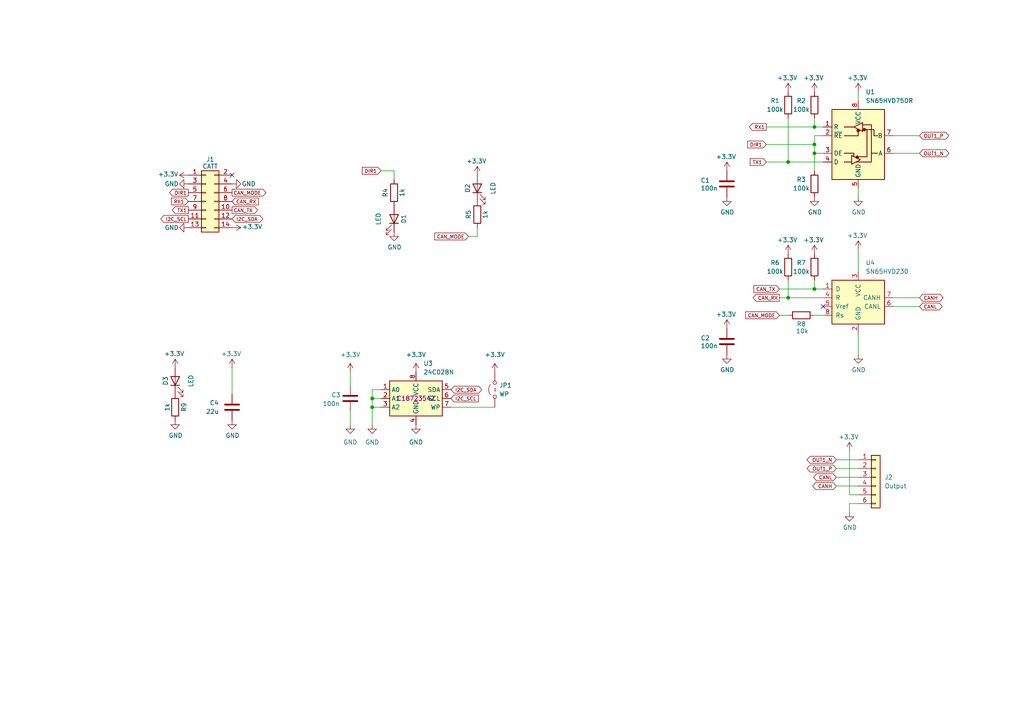
<source format=kicad_sch>
(kicad_sch (version 20250114) (generator "eeschema") (generator_version "9.0")
  (paper "A4")
  (title_block (title "CATT to RS-485 and CAN") (date "2025-05-18") (rev "0.1") (company "Nicolai Electronics") (comment 1 "RS-485 and CAN adapter for the CATT connector"))
  (lib_symbols
    (symbol "Connector_Generic:Conn_01x06" (pin_names (offset 1.016) (hide yes))
      (property "Reference" "J" (at 0 7.62 0))
      (property "Value" "Conn_01x06" (at 0 -10.16 0))
      (symbol "Conn_01x06_1_1"
        (rectangle (start -1.27 6.35) (end 1.27 -8.89) (stroke (width 0.254)) (fill (type background)))
        (rectangle (start -1.27 5.207) (end 0 4.953) (stroke (width 0.1524)))
        (rectangle (start -1.27 2.667) (end 0 2.413) (stroke (width 0.1524)))
        (rectangle (start -1.27 0.127) (end 0 -0.127) (stroke (width 0.1524)))
        (rectangle (start -1.27 -2.413) (end 0 -2.667) (stroke (width 0.1524)))
        (rectangle (start -1.27 -4.953) (end 0 -5.207) (stroke (width 0.1524)))
        (rectangle (start -1.27 -7.493) (end 0 -7.747) (stroke (width 0.1524)))
        (pin passive line (at -5.08 5.08 0) (length 3.81) (name "Pin_1") (number "1"))
        (pin passive line (at -5.08 2.54 0) (length 3.81) (name "Pin_2") (number "2"))
        (pin passive line (at -5.08 0 0) (length 3.81) (name "Pin_3") (number "3"))
        (pin passive line (at -5.08 -2.54 0) (length 3.81) (name "Pin_4") (number "4"))
        (pin passive line (at -5.08 -5.08 0) (length 3.81) (name "Pin_5") (number "5"))
        (pin passive line (at -5.08 -7.62 0) (length 3.81) (name "Pin_6") (number "6"))
      )
    )
    (symbol "Connector_Generic:Conn_02x07_Odd_Even" (pin_names (offset 1.016) (hide yes))
      (property "Reference" "J" (at 1.27 10.16 0))
      (property "Value" "Conn_02x07_Odd_Even" (at 1.27 -10.16 0))
      (symbol "Conn_02x07_Odd_Even_1_1"
        (rectangle (start -1.27 8.89) (end 3.81 -8.89) (stroke (width 0.254)) (fill (type background)))
        (rectangle (start -1.27 7.747) (end 0 7.493) (stroke (width 0.1524)))
        (rectangle (start -1.27 5.207) (end 0 4.953) (stroke (width 0.1524)))
        (rectangle (start -1.27 2.667) (end 0 2.413) (stroke (width 0.1524)))
        (rectangle (start -1.27 0.127) (end 0 -0.127) (stroke (width 0.1524)))
        (rectangle (start -1.27 -2.413) (end 0 -2.667) (stroke (width 0.1524)))
        (rectangle (start -1.27 -4.953) (end 0 -5.207) (stroke (width 0.1524)))
        (rectangle (start -1.27 -7.493) (end 0 -7.747) (stroke (width 0.1524)))
        (rectangle (start 3.81 7.747) (end 2.54 7.493) (stroke (width 0.1524)))
        (rectangle (start 3.81 5.207) (end 2.54 4.953) (stroke (width 0.1524)))
        (rectangle (start 3.81 2.667) (end 2.54 2.413) (stroke (width 0.1524)))
        (rectangle (start 3.81 0.127) (end 2.54 -0.127) (stroke (width 0.1524)))
        (rectangle (start 3.81 -2.413) (end 2.54 -2.667) (stroke (width 0.1524)))
        (rectangle (start 3.81 -4.953) (end 2.54 -5.207) (stroke (width 0.1524)))
        (rectangle (start 3.81 -7.493) (end 2.54 -7.747) (stroke (width 0.1524)))
        (pin passive line (at -5.08 7.62 0) (length 3.81) (name "Pin_1") (number "1"))
        (pin passive line (at -5.08 5.08 0) (length 3.81) (name "Pin_3") (number "3"))
        (pin passive line (at -5.08 2.54 0) (length 3.81) (name "Pin_5") (number "5"))
        (pin passive line (at -5.08 0 0) (length 3.81) (name "Pin_7") (number "7"))
        (pin passive line (at -5.08 -2.54 0) (length 3.81) (name "Pin_9") (number "9"))
        (pin passive line (at -5.08 -5.08 0) (length 3.81) (name "Pin_11") (number "11"))
        (pin passive line (at -5.08 -7.62 0) (length 3.81) (name "Pin_13") (number "13"))
        (pin passive line (at 7.62 7.62 180) (length 3.81) (name "Pin_2") (number "2"))
        (pin passive line (at 7.62 5.08 180) (length 3.81) (name "Pin_4") (number "4"))
        (pin passive line (at 7.62 2.54 180) (length 3.81) (name "Pin_6") (number "6"))
        (pin passive line (at 7.62 0 180) (length 3.81) (name "Pin_8") (number "8"))
        (pin passive line (at 7.62 -2.54 180) (length 3.81) (name "Pin_10") (number "10"))
        (pin passive line (at 7.62 -5.08 180) (length 3.81) (name "Pin_12") (number "12"))
        (pin passive line (at 7.62 -7.62 180) (length 3.81) (name "Pin_14") (number "14"))
      )
    )
    (symbol "Device:C" (pin_numbers (hide yes)) (pin_names (offset 0.254))
      (property "Reference" "C" (at 0.635 2.54 0))
      (property "Value" "C" (at 0.635 -2.54 0))
      (symbol "C_0_1"
        (polyline (pts (xy -2.032 0.762) (xy 2.032 0.762)) (stroke (width 0.508)))
        (polyline (pts (xy -2.032 -0.762) (xy 2.032 -0.762)) (stroke (width 0.508)))
      )
      (symbol "C_1_1"
        (pin passive line (at 0 3.81 270) (length 2.794) (name "~") (number "1"))
        (pin passive line (at 0 -3.81 90) (length 2.794) (name "~") (number "2"))
      )
    )
    (symbol "Device:R" (pin_numbers (hide yes)) (pin_names (offset 0))
      (property "Reference" "R" (at 2.032 0 90))
      (property "Value" "R" (at 0 0 90))
      (symbol "R_0_1"
        (rectangle (start -1.016 -2.54) (end 1.016 2.54) (stroke (width 0.254)))
      )
      (symbol "R_1_1"
        (pin passive line (at 0 3.81 270) (length 1.27) (name "~") (number "1"))
        (pin passive line (at 0 -3.81 90) (length 1.27) (name "~") (number "2"))
      )
    )
    (symbol "Interface_CAN_LIN:SN65HVD230" (pin_names (offset 1.016))
      (property "Reference" "U" (at -2.54 10.16 0))
      (property "Value" "SN65HVD230" (at -2.54 7.62 0))
      (symbol "SN65HVD230_0_1"
        (rectangle (start -7.62 5.08) (end 7.62 -7.62) (stroke (width 0.254)) (fill (type background)))
      )
      (symbol "SN65HVD230_1_1"
        (pin input line (at -10.16 2.54 0) (length 2.54) (name "D") (number "1"))
        (pin output line (at -10.16 0 0) (length 2.54) (name "R") (number "4"))
        (pin output line (at -10.16 -2.54 0) (length 2.54) (name "Vref") (number "5"))
        (pin input line (at -10.16 -5.08 0) (length 2.54) (name "Rs") (number "8"))
        (pin power_in line (at 0 7.62 270) (length 2.54) (name "VCC") (number "3"))
        (pin power_in line (at 0 -10.16 90) (length 2.54) (name "GND") (number "2"))
        (pin bidirectional line (at 10.16 0 180) (length 2.54) (name "CANH") (number "7"))
        (pin bidirectional line (at 10.16 -2.54 180) (length 2.54) (name "CANL") (number "6"))
      )
    )
    (symbol "Interface_UART:SN65HVD11HD"
      (property "Reference" "U" (at -7.62 12.7 0))
      (property "Value" "SN65HVD11HD" (at 2.54 12.7 0))
      (symbol "SN65HVD11HD_0_1"
        (rectangle (start -7.62 10.16) (end 7.62 -10.16) (stroke (width 0.254)) (fill (type background)))
        (polyline (pts (xy -4.064 5.08) (xy -1.27 5.08)) (stroke (width 0.254)))
        (polyline (pts (xy -4.064 -2.54) (xy -1.27 -2.54) (xy -1.27 -3.175)) (stroke (width 0.254)))
        (polyline (pts (xy -4.064 -5.08) (xy -1.905 -5.08)) (stroke (width 0.254)))
        (polyline (pts (xy -1.905 -3.175) (xy -1.905 -5.715) (xy 0.635 -4.445) (xy -1.905 -3.175)) (stroke (width 0.254)))
        (polyline (pts (xy -1.27 5.08) (xy 1.27 6.35) (xy 1.27 3.81) (xy -1.27 5.08)) (stroke (width 0.254)))
        (polyline (pts (xy -1.27 -3.2004) (xy -1.27 -3.4544)) (stroke (width 0.254)))
        (polyline (pts (xy -0.508 -5.08) (xy 3.81 -5.08) (xy 3.81 -2.54) (xy 5.588 -2.54)) (stroke (width 0.254)))
        (circle (center -0.3048 -3.683) (radius 0.3556) (stroke (width 0.254)) (fill (type outline)))
        (circle (center -0.0254 4.0386) (radius 0.3556) (stroke (width 0.254)) (fill (type outline)))
        (polyline (pts (xy 0 3.81) (xy 0 2.54) (xy -4.064 2.54)) (stroke (width 0.254)))
        (polyline (pts (xy 1.27 5.715) (xy 3.81 5.715) (xy 3.81 -2.54)) (stroke (width 0.254)))
        (rectangle (start 1.27 3.175) (end 1.27 3.175))
        (circle (center 1.778 4.318) (radius 0.3556) (stroke (width 0.254)) (fill (type outline)))
        (polyline (pts (xy 2.032 4.318) (xy 4.572 4.318) (xy 4.572 2.54) (xy 5.588 2.54)) (stroke (width 0.254)))
        (polyline (pts (xy 2.54 4.318) (xy 2.54 -3.556) (xy -0.254 -3.556)) (stroke (width 0.254)))
      )
      (symbol "SN65HVD11HD_1_1"
        (pin output line (at -10.16 5.08 0) (length 2.54) (name "R") (number "1"))
        (pin input line (at -10.16 2.54 0) (length 2.54) (name "~{RE}") (number "2"))
        (pin input line (at -10.16 -2.54 0) (length 2.54) (name "DE") (number "3"))
        (pin input line (at -10.16 -5.08 0) (length 2.54) (name "D") (number "4"))
        (pin power_in line (at 0 12.7 270) (length 2.54) (name "VCC") (number "8"))
        (pin power_in line (at 0 -12.7 90) (length 2.54) (name "GND") (number "5"))
        (pin bidirectional line (at 10.16 2.54 180) (length 2.54) (name "B") (number "7"))
        (pin bidirectional line (at 10.16 -2.54 180) (length 2.54) (name "A") (number "6"))
      )
    )
    (symbol "Jumper:Jumper_2_Open" (pin_numbers (hide yes)) (pin_names (offset 0) (hide yes)) (exclude_from_sim yes)
      (property "Reference" "JP" (at 0 2.794 0))
      (property "Value" "Jumper_2_Open" (at 0 -2.286 0))
      (symbol "Jumper_2_Open_0_0"
        (circle (center -2.032 0) (radius 0.508))
        (circle (center 2.032 0) (radius 0.508))
      )
      (symbol "Jumper_2_Open_0_1"
        (arc (start -1.524 1.27) (mid 0 1.778) (end 1.524 1.27))
      )
      (symbol "Jumper_2_Open_1_1"
        (pin passive line (at -5.08 0 0) (length 2.54) (name "A") (number "1"))
        (pin passive line (at 5.08 0 180) (length 2.54) (name "B") (number "2"))
      )
    )
    (symbol "Memory_EEPROM:AT24CS64-SSHM"
      (property "Reference" "U" (at -7.62 6.35 0))
      (property "Value" "AT24CS64-SSHM" (at 2.54 -6.35 0))
      (symbol "AT24CS64-SSHM_1_1"
        (rectangle (start -7.62 5.08) (end 7.62 -5.08) (stroke (width 0.254)) (fill (type background)))
        (pin input line (at -10.16 2.54 0) (length 2.54) (name "A0") (number "1"))
        (pin input line (at -10.16 0 0) (length 2.54) (name "A1") (number "2"))
        (pin input line (at -10.16 -2.54 0) (length 2.54) (name "A2") (number "3"))
        (pin power_in line (at 0 7.62 270) (length 2.54) (name "VCC") (number "8"))
        (pin power_in line (at 0 -7.62 90) (length 2.54) (name "GND") (number "4"))
        (pin bidirectional line (at 10.16 2.54 180) (length 2.54) (name "SDA") (number "5"))
        (pin input line (at 10.16 0 180) (length 2.54) (name "SCL") (number "6"))
        (pin input line (at 10.16 -2.54 180) (length 2.54) (name "WP") (number "7"))
      )
    )
    (symbol "SparkFun-LED:LED" (pin_numbers (hide yes)) (pin_names (offset 1.016) (hide yes))
      (property "Reference" "D" (at 0 2.54 0))
      (property "Value" "LED" (at 0 -2.54 0))
      (symbol "LED_0_1"
        (polyline (pts (xy -3.048 -0.762) (xy -4.572 -2.286) (xy -3.81 -2.286) (xy -4.572 -2.286) (xy -4.572 -1.524)))
        (polyline (pts (xy -1.778 -0.762) (xy -3.302 -2.286) (xy -2.54 -2.286) (xy -3.302 -2.286) (xy -3.302 -1.524)))
        (polyline (pts (xy -1.27 0) (xy 1.27 0)))
        (polyline (pts (xy -1.27 -1.27) (xy -1.27 1.27)) (stroke (width 0.254)))
        (polyline (pts (xy 1.27 -1.27) (xy 1.27 1.27) (xy -1.27 0) (xy 1.27 -1.27)) (stroke (width 0.254)))
      )
      (symbol "LED_1_1"
        (pin passive line (at -3.81 0 0) (length 2.54) (name "K") (number "1"))
        (pin passive line (at 3.81 0 180) (length 2.54) (name "A") (number "2"))
      )
    )
    (symbol "mch2021-rescue:C-Device" (pin_numbers (hide yes)) (pin_names (offset 0.254))
      (property "Reference" "C" (at 0.635 2.54 0))
      (property "Value" "C-Device" (at 0.635 -2.54 0))
      (symbol "C-Device_0_1"
        (polyline (pts (xy -2.032 0.762) (xy 2.032 0.762)) (stroke (width 0.508)))
        (polyline (pts (xy -2.032 -0.762) (xy 2.032 -0.762)) (stroke (width 0.508)))
      )
      (symbol "C-Device_1_1"
        (pin passive line (at 0 3.81 270) (length 2.794) (name "~") (number "1"))
        (pin passive line (at 0 -3.81 90) (length 2.794) (name "~") (number "2"))
      )
    )
    (symbol "mch2021-rescue:GND-power" (power) (pin_names (offset 0))
      (property "Value" "GND-power" (at 0 -3.81 0))
      (symbol "GND-power_0_1"
        (polyline (pts (xy 0 0) (xy 0 -1.27) (xy 1.27 -1.27) (xy 0 -2.54) (xy -1.27 -1.27) (xy 0 -1.27)))
      )
      (symbol "GND-power_1_1"
        (pin power_in line (at 0 0 270) (length 0) (hide yes) (name "GND") (number "1"))
      )
    )
    (symbol "power:+3.3V" (power) (pin_names (offset 0))
      (property "Value" "+3.3V" (at 0 3.556 0))
      (symbol "+3.3V_0_1"
        (polyline (pts (xy -0.762 1.27) (xy 0 2.54)))
        (polyline (pts (xy 0 2.54) (xy 0.762 1.27)))
        (polyline (pts (xy 0 0) (xy 0 2.54)))
      )
      (symbol "+3.3V_1_1"
        (pin power_in line (at 0 0 90) (length 0) (hide yes) (name "+3.3V") (number "1"))
      )
    )
    (symbol "power:GND" (power) (pin_numbers (hide yes)) (pin_names (offset 0) (hide yes))
      (property "Value" "GND" (at 0 -3.81 0))
      (symbol "GND_0_1"
        (polyline (pts (xy 0 0) (xy 0 -1.27) (xy 1.27 -1.27) (xy 0 -2.54) (xy -1.27 -1.27) (xy 0 -1.27)))
      )
      (symbol "GND_1_1"
        (pin power_in line (at 0 0 270) (length 0) (name "~") (number "1"))
      )
    )
    (symbol "power:GNDA" (power) (pin_numbers (hide yes)) (pin_names (offset 0) (hide yes))
      (property "Value" "GNDA" (at 0 -3.81 0))
      (symbol "GNDA_0_1"
        (polyline (pts (xy 0 0) (xy 0 -1.27) (xy 1.27 -1.27) (xy 0 -2.54) (xy -1.27 -1.27) (xy 0 -1.27)))
      )
      (symbol "GNDA_1_1"
        (pin power_in line (at 0 0 270) (length 0) (name "~") (number "1"))
      )
    )
    (symbol "symbols:R" (pin_numbers (hide yes)) (pin_names (offset 0))
      (property "Reference" "R" (at 2.032 0 90))
      (property "Value" "R" (at 0 0 90))
      (symbol "R_0_1"
        (rectangle (start -1.016 -2.54) (end 1.016 2.54) (stroke (width 0.254)))
      )
      (symbol "R_1_1"
        (pin passive line (at 0 3.81 270) (length 1.27) (name "~") (number "1"))
        (pin passive line (at 0 -3.81 90) (length 1.27) (name "~") (number "2"))
      )
    )
  )
  (junction (at 236.22 41.91))
  (junction (at 107.95 115.57))
  (junction (at 228.6 46.99))
  (junction (at 236.22 36.83))
  (junction (at 236.22 83.82))
  (junction (at 236.22 44.45))
  (junction (at 107.95 118.11))
  (junction (at 228.6 86.36))
  (no_connect (at 67.31 50.8))
  (no_connect (at 238.76 88.9))
  (wire (pts (xy 266.7 86.36) (xy 259.08 86.36)))
  (wire (pts (xy 226.06 83.82) (xy 236.22 83.82)))
  (wire (pts (xy 228.6 86.36) (xy 238.76 86.36)))
  (wire (pts (xy 135.89 68.58) (xy 138.43 68.58)))
  (wire (pts (xy 67.31 106.68) (xy 67.31 114.3)))
  (wire (pts (xy 222.25 46.99) (xy 228.6 46.99)))
  (wire (pts (xy 236.22 44.45) (xy 238.76 44.45)))
  (wire (pts (xy 242.57 140.97) (xy 248.92 140.97)))
  (wire (pts (xy 236.22 81.28) (xy 236.22 83.82)))
  (wire (pts (xy 248.92 26.67) (xy 248.92 29.21)))
  (wire (pts (xy 101.6 123.19) (xy 101.6 119.38)))
  (wire (pts (xy 246.38 148.59) (xy 246.38 146.05)))
  (wire (pts (xy 242.57 135.89) (xy 248.92 135.89)))
  (wire (pts (xy 236.22 39.37) (xy 236.22 41.91)))
  (wire (pts (xy 110.49 49.53) (xy 114.3 49.53)))
  (wire (pts (xy 107.95 118.11) (xy 110.49 118.11)))
  (wire (pts (xy 259.08 44.45) (xy 266.7 44.45)))
  (wire (pts (xy 238.76 39.37) (xy 236.22 39.37)))
  (wire (pts (xy 228.6 81.28) (xy 228.6 86.36)))
  (wire (pts (xy 107.95 113.03) (xy 110.49 113.03)))
  (wire (pts (xy 222.25 41.91) (xy 236.22 41.91)))
  (wire (pts (xy 107.95 123.19) (xy 107.95 118.11)))
  (wire (pts (xy 266.7 39.37) (xy 259.08 39.37)))
  (wire (pts (xy 222.25 36.83) (xy 236.22 36.83)))
  (wire (pts (xy 107.95 115.57) (xy 110.49 115.57)))
  (wire (pts (xy 248.92 96.52) (xy 248.92 102.87)))
  (wire (pts (xy 238.76 46.99) (xy 228.6 46.99)))
  (wire (pts (xy 236.22 83.82) (xy 238.76 83.82)))
  (wire (pts (xy 114.3 52.07) (xy 114.3 49.53)))
  (wire (pts (xy 226.06 86.36) (xy 228.6 86.36)))
  (wire (pts (xy 248.92 72.39) (xy 248.92 78.74)))
  (wire (pts (xy 242.57 138.43) (xy 248.92 138.43)))
  (wire (pts (xy 236.22 41.91) (xy 236.22 44.45)))
  (wire (pts (xy 236.22 36.83) (xy 238.76 36.83)))
  (wire (pts (xy 246.38 143.51) (xy 248.92 143.51)))
  (wire (pts (xy 130.81 118.11) (xy 143.51 118.11)))
  (wire (pts (xy 246.38 146.05) (xy 248.92 146.05)))
  (wire (pts (xy 242.57 133.35) (xy 248.92 133.35)))
  (wire (pts (xy 138.43 68.58) (xy 138.43 66.04)))
  (wire (pts (xy 236.22 49.53) (xy 236.22 44.45)))
  (wire (pts (xy 236.22 91.44) (xy 238.76 91.44)))
  (wire (pts (xy 248.92 57.15) (xy 248.92 54.61)))
  (wire (pts (xy 107.95 115.57) (xy 107.95 113.03)))
  (wire (pts (xy 228.6 34.29) (xy 228.6 46.99)))
  (wire (pts (xy 226.06 91.44) (xy 228.6 91.44)))
  (wire (pts (xy 246.38 130.81) (xy 246.38 143.51)))
  (wire (pts (xy 101.6 107.95) (xy 101.6 111.76)))
  (wire (pts (xy 107.95 118.11) (xy 107.95 115.57)))
  (wire (pts (xy 236.22 34.29) (xy 236.22 36.83)))
  (wire (pts (xy 259.08 88.9) (xy 266.7 88.9)))
  (global_label "OUT1_P" (shape bidirectional) (at 266.7 39.37 0) (effects (font (size 1.016 1.016))) (property "Intersheetrefs" "${INTERSHEET_REFS}" (effects (hide yes))))
  (global_label "TX1" (shape input) (at 222.25 46.99 180) (effects (font (size 1.016 1.016))) (property "Intersheetrefs" "${INTERSHEET_REFS}" (effects (hide yes))))
  (global_label "CAN_TX" (shape output) (at 67.31 60.96 0) (effects (font (size 1.016 1.016))) (property "Intersheetrefs" "${INTERSHEET_REFS}" (effects (hide yes))))
  (global_label "DIR1" (shape input) (at 110.49 49.53 180) (effects (font (size 1.016 1.016))) (property "Intersheetrefs" "${INTERSHEET_REFS}" (effects (hide yes))))
  (global_label "CAN_MODE" (shape input) (at 135.89 68.58 180) (effects (font (size 1.016 1.016))) (property "Intersheetrefs" "${INTERSHEET_REFS}" (effects (hide yes))))
  (global_label "RX1" (shape input) (at 54.61 58.42 180) (effects (font (size 1.016 1.016))) (property "Intersheetrefs" "${INTERSHEET_REFS}" (effects (hide yes))))
  (global_label "I2C_SDA" (shape bidirectional) (at 67.31 63.5 0) (effects (font (size 1.016 1.016))) (property "Intersheetrefs" "${INTERSHEET_REFS}" (effects (hide yes))))
  (global_label "CAN_MODE" (shape output) (at 67.31 55.88 0) (effects (font (size 1.016 1.016))) (property "Intersheetrefs" "${INTERSHEET_REFS}" (effects (hide yes))))
  (global_label "DIR1" (shape output) (at 54.61 55.88 180) (effects (font (size 1.016 1.016))) (property "Intersheetrefs" "${INTERSHEET_REFS}" (effects (hide yes))))
  (global_label "CAN_RX" (shape input) (at 67.31 58.42 0) (effects (font (size 1.016 1.016))) (property "Intersheetrefs" "${INTERSHEET_REFS}" (effects (hide yes))))
  (global_label "OUT1_P" (shape bidirectional) (at 242.57 135.89 180) (effects (font (size 1.016 1.016))) (property "Intersheetrefs" "${INTERSHEET_REFS}" (effects (hide yes))))
  (global_label "OUT1_N" (shape bidirectional) (at 242.57 133.35 180) (effects (font (size 1.016 1.016))) (property "Intersheetrefs" "${INTERSHEET_REFS}" (effects (hide yes))))
  (global_label "CAN_RX" (shape output) (at 226.06 86.36 180) (effects (font (size 1.016 1.016))) (property "Intersheetrefs" "${INTERSHEET_REFS}" (effects (hide yes))))
  (global_label "CANH" (shape bidirectional) (at 242.57 140.97 180) (effects (font (size 1.016 1.016))) (property "Intersheetrefs" "${INTERSHEET_REFS}" (effects (hide yes))))
  (global_label "CANH" (shape bidirectional) (at 266.7 86.36 0) (effects (font (size 1.016 1.016))) (property "Intersheetrefs" "${INTERSHEET_REFS}" (effects (hide yes))))
  (global_label "CANL" (shape bidirectional) (at 242.57 138.43 180) (effects (font (size 1.016 1.016))) (property "Intersheetrefs" "${INTERSHEET_REFS}" (effects (hide yes))))
  (global_label "DIR1" (shape input) (at 222.25 41.91 180) (effects (font (size 1.016 1.016))) (property "Intersheetrefs" "${INTERSHEET_REFS}" (effects (hide yes))))
  (global_label "I2C_SCL" (shape output) (at 54.61 63.5 180) (effects (font (size 1.016 1.016))) (property "Intersheetrefs" "${INTERSHEET_REFS}" (effects (hide yes))))
  (global_label "I2C_SDA" (shape bidirectional) (at 130.81 113.03 0) (effects (font (size 1.016 1.016))) (property "Intersheetrefs" "${INTERSHEET_REFS}" (effects (hide yes))))
  (global_label "CANL" (shape bidirectional) (at 266.7 88.9 0) (effects (font (size 1.016 1.016))) (property "Intersheetrefs" "${INTERSHEET_REFS}" (effects (hide yes))))
  (global_label "RX1" (shape output) (at 222.25 36.83 180) (effects (font (size 1.016 1.016))) (property "Intersheetrefs" "${INTERSHEET_REFS}" (effects (hide yes))))
  (global_label "CAN_MODE" (shape input) (at 226.06 91.44 180) (effects (font (size 1.016 1.016))) (property "Intersheetrefs" "${INTERSHEET_REFS}" (effects (hide yes))))
  (global_label "TX1" (shape output) (at 54.61 60.96 180) (effects (font (size 1.016 1.016))) (property "Intersheetrefs" "${INTERSHEET_REFS}" (effects (hide yes))))
  (global_label "CAN_TX" (shape input) (at 226.06 83.82 180) (effects (font (size 1.016 1.016))) (property "Intersheetrefs" "${INTERSHEET_REFS}" (effects (hide yes))))
  (global_label "I2C_SCL" (shape input) (at 130.81 115.57 0) (effects (font (size 1.016 1.016))) (property "Intersheetrefs" "${INTERSHEET_REFS}" (effects (hide yes))))
  (global_label "OUT1_N" (shape bidirectional) (at 266.7 44.45 0) (effects (font (size 1.016 1.016))) (property "Intersheetrefs" "${INTERSHEET_REFS}" (effects (hide yes))))
  (symbol (lib_id "symbols:R") (at 236.22 77.47 0) (mirror x) (unit 1)
    (property "Reference" "R7" (at 232.41 76.2 0))
    (property "Value" "100k" (at 232.41 78.74 0))
    (property "Footprint" "Resistor_SMD:R_0402_1005Metric" (effects (hide yes)))
    (property "Datasheet" "https://datasheet.lcsc.com/lcsc/2110260030_UNI-ROYAL-Uniroyal-Elec-0402WGF1003TCE_C25741.pdf" (effects (hide yes)))
    (property "LCSC" "C25741" (effects (hide yes)))
  )
  (symbol (lib_id "mch2021-rescue:GND-power") (at 246.38 148.59 0) (unit 1)
    (property "Reference" "#PWR033" (effects (hide yes)))
    (property "Value" "GND" (at 246.507 152.9842 0))
  )
  (symbol (lib_id "power:+3.3V") (at 120.65 107.95 0) (unit 1)
    (property "Reference" "#PWR025" (effects (hide yes)))
    (property "Value" "+3.3V" (at 120.65 102.87 0))
    (property "Description" "Power symbol creates a global label with name \"+3.3V\"" (effects (hide yes)))
  )
  (symbol (lib_id "mch2021-rescue:GND-power") (at 50.8 121.92 0) (unit 1)
    (property "Reference" "#PWR027" (effects (hide yes)))
    (property "Value" "GND" (at 50.927 126.3142 0))
  )
  (symbol (lib_id "power:GND") (at 120.65 123.19 0) (unit 1)
    (property "Reference" "#PWR031" (effects (hide yes)))
    (property "Value" "GND" (at 120.65 128.27 0))
    (property "Description" "Power symbol creates a global label with name \"GND\" , ground" (effects (hide yes)))
  )
  (symbol (lib_id "Connector_Generic:Conn_01x06") (at 254 138.43 0) (unit 1)
    (property "Reference" "J2" (at 256.54 138.4299 0) (effects (justify left)))
    (property "Value" "Output" (at 256.54 140.9699 0) (effects (justify left)))
    (property "Footprint" "library:CONN-TH_WJ15EDGRC-3.81-6P" (effects (hide yes)))
    (property "LCSC" "C7246" (effects (hide yes)))
  )
  (symbol (lib_id "SparkFun-LED:LED") (at 138.43 54.61 90) (unit 1)
    (property "Reference" "D2" (at 135.636 54.61 0))
    (property "Value" "LED" (at 143.002 54.61 0))
    (property "Footprint" "LED_SMD:LED_0603_1608Metric" (effects (hide yes)))
    (property "Datasheet" "https://jlcpcb.com/partdetail/C7496820" (effects (hide yes)))
    (property "LCSC" "C7496820" (effects (hide yes)))
  )
  (symbol (lib_id "mch2021-rescue:GND-power") (at 54.61 53.34 270) (mirror x) (unit 1)
    (property "Reference" "#PWR06" (effects (hide yes)))
    (property "Value" "GND" (at 49.784 53.34 90))
  )
  (symbol (lib_id "Jumper:Jumper_2_Open") (at 143.51 113.03 90) (unit 1) (in_bom no)
    (property "Reference" "JP1" (at 144.78 111.7599 90) (effects (justify right)))
    (property "Value" "WP" (at 144.78 114.2999 90) (effects (justify right)))
    (property "Footprint" "Jumper:SolderJumper-2_P1.3mm_Open_TrianglePad1.0x1.5mm" (effects (hide yes)))
    (property "Datasheet" "-" (effects (hide yes)))
    (property "LCSC" "-" (at 143.51 113.03 0))
  )
  (symbol (lib_id "power:+3.3V") (at 210.82 95.25 0) (unit 1)
    (property "Reference" "#PWR018" (effects (hide yes)))
    (property "Value" "+3.3V" (at 210.566 91.186 0))
    (property "Description" "Power symbol creates a global label with name \"+3.3V\"" (effects (hide yes)))
  )
  (symbol (lib_id "power:+3.3V") (at 67.31 106.68 0) (unit 1)
    (property "Reference" "#PWR023" (effects (hide yes)))
    (property "Value" "+3.3V" (at 67.056 102.616 0))
    (property "Description" "Power symbol creates a global label with name \"+3.3V\"" (effects (hide yes)))
  )
  (symbol (lib_id "Device:R") (at 114.3 55.88 0) (unit 1)
    (property "Reference" "R4" (at 111.76 55.88 90))
    (property "Value" "1k" (at 116.586 55.88 90))
    (property "Footprint" "Resistor_SMD:R_0402_1005Metric" (effects (hide yes)))
    (property "Datasheet" "https://www.lcsc.com/product-detail/Chip-Resistor-Surface-Mount_UNI-ROYAL-Uniroyal-Elec-0402WGF2201TCE_C25879.html" (effects (hide yes)))
    (property "LCSC" "C11702" (effects (hide yes)))
  )
  (symbol (lib_id "power:+3.3V") (at 236.22 26.67 0) (unit 1)
    (property "Reference" "#PWR02" (effects (hide yes)))
    (property "Value" "+3.3V" (at 235.966 22.606 0))
    (property "Description" "Power symbol creates a global label with name \"+3.3V\"" (effects (hide yes)))
  )
  (symbol (lib_id "power:+3.3V") (at 228.6 26.67 0) (unit 1)
    (property "Reference" "#PWR01" (effects (hide yes)))
    (property "Value" "+3.3V" (at 228.346 22.606 0))
    (property "Description" "Power symbol creates a global label with name \"+3.3V\"" (effects (hide yes)))
  )
  (symbol (lib_id "symbols:R") (at 236.22 30.48 0) (mirror x) (unit 1)
    (property "Reference" "R2" (at 232.41 29.21 0))
    (property "Value" "100k" (at 232.41 31.75 0))
    (property "Footprint" "Resistor_SMD:R_0402_1005Metric" (effects (hide yes)))
    (property "Datasheet" "https://datasheet.lcsc.com/lcsc/2110260030_UNI-ROYAL-Uniroyal-Elec-0402WGF1003TCE_C25741.pdf" (effects (hide yes)))
    (property "LCSC" "C25741" (effects (hide yes)))
  )
  (symbol (lib_id "mch2021-rescue:GND-power") (at 114.3 67.31 0) (unit 1)
    (property "Reference" "#PWR013" (effects (hide yes)))
    (property "Value" "GND" (at 114.427 71.7042 0))
  )
  (symbol (lib_id "SparkFun-LED:LED") (at 50.8 110.49 90) (unit 1)
    (property "Reference" "D3" (at 48.006 110.49 0))
    (property "Value" "LED" (at 55.372 110.49 0))
    (property "Footprint" "LED_SMD:LED_0603_1608Metric" (effects (hide yes)))
    (property "Datasheet" "https://jlcpcb.com/partdetail/C7496820" (effects (hide yes)))
    (property "LCSC" "C7496820" (effects (hide yes)))
  )
  (symbol (lib_id "power:+3.3V") (at 246.38 130.81 0) (unit 1)
    (property "Reference" "#PWR032" (effects (hide yes)))
    (property "Value" "+3.3V" (at 246.126 126.746 0))
    (property "Description" "Power symbol creates a global label with name \"+3.3V\"" (effects (hide yes)))
  )
  (symbol (lib_id "power:+3.3V") (at 138.43 50.8 0) (unit 1)
    (property "Reference" "#PWR020" (effects (hide yes)))
    (property "Value" "+3.3V" (at 138.176 46.736 0))
    (property "Description" "Power symbol creates a global label with name \"+3.3V\"" (effects (hide yes)))
  )
  (symbol (lib_id "power:+3.3V") (at 236.22 73.66 0) (unit 1)
    (property "Reference" "#PWR016" (effects (hide yes)))
    (property "Value" "+3.3V" (at 235.966 69.596 0))
    (property "Description" "Power symbol creates a global label with name \"+3.3V\"" (effects (hide yes)))
  )
  (symbol (lib_id "power:GNDA") (at 101.6 123.19 0) (unit 1)
    (property "Reference" "#PWR029" (effects (hide yes)))
    (property "Value" "GND" (at 101.6 128.27 0))
    (property "Description" "Power symbol creates a global label with name \"GNDA\" , analog ground" (effects (hide yes)))
  )
  (symbol (lib_id "power:+3.3V") (at 50.8 106.68 0) (unit 1)
    (property "Reference" "#PWR022" (effects (hide yes)))
    (property "Value" "+3.3V" (at 50.546 102.616 0))
    (property "Description" "Power symbol creates a global label with name \"+3.3V\"" (effects (hide yes)))
  )
  (symbol (lib_id "mch2021-rescue:GND-power") (at 210.82 102.87 0) (unit 1)
    (property "Reference" "#PWR019" (effects (hide yes)))
    (property "Value" "GND" (at 210.947 107.2642 0))
  )
  (symbol (lib_id "symbols:R") (at 228.6 77.47 0) (mirror x) (unit 1)
    (property "Reference" "R6" (at 224.79 76.2 0))
    (property "Value" "100k" (at 224.79 78.74 0))
    (property "Footprint" "Resistor_SMD:R_0402_1005Metric" (effects (hide yes)))
    (property "Datasheet" "https://datasheet.lcsc.com/lcsc/2110260030_UNI-ROYAL-Uniroyal-Elec-0402WGF1003TCE_C25741.pdf" (effects (hide yes)))
    (property "LCSC" "C25741" (effects (hide yes)))
  )
  (symbol (lib_id "symbols:R") (at 232.41 91.44 270) (mirror x) (unit 1)
    (property "Reference" "R8" (at 232.41 93.98 90))
    (property "Value" "10k" (at 232.664 96.012 90))
    (property "Footprint" "Resistor_SMD:R_0402_1005Metric" (effects (hide yes)))
  )
  (symbol (lib_id "symbols:R") (at 228.6 30.48 0) (mirror x) (unit 1)
    (property "Reference" "R1" (at 224.79 29.21 0))
    (property "Value" "100k" (at 224.79 31.75 0))
    (property "Footprint" "Resistor_SMD:R_0402_1005Metric" (effects (hide yes)))
    (property "Datasheet" "https://datasheet.lcsc.com/lcsc/2110260030_UNI-ROYAL-Uniroyal-Elec-0402WGF1003TCE_C25741.pdf" (effects (hide yes)))
    (property "LCSC" "C25741" (effects (hide yes)))
  )
  (symbol (lib_id "SparkFun-LED:LED") (at 114.3 63.5 270) (mirror x) (unit 1)
    (property "Reference" "D1" (at 117.094 63.5 0))
    (property "Value" "LED" (at 109.728 63.5 0))
    (property "Footprint" "LED_SMD:LED_0603_1608Metric" (effects (hide yes)))
    (property "Datasheet" "https://jlcpcb.com/partdetail/C7496820" (effects (hide yes)))
    (property "LCSC" "C7496820" (effects (hide yes)))
  )
  (symbol (lib_id "power:+3.3V") (at 54.61 50.8 90) (mirror x) (unit 1)
    (property "Reference" "#PWR05" (effects (hide yes)))
    (property "Value" "+3.3V" (at 48.768 50.546 90))
    (property "Description" "Power symbol creates a global label with name \"+3.3V\"" (effects (hide yes)))
  )
  (symbol (lib_id "power:+3.3V") (at 248.92 26.67 0) (unit 1)
    (property "Reference" "#PWR03" (effects (hide yes)))
    (property "Value" "+3.3V" (at 248.666 22.606 0))
    (property "Description" "Power symbol creates a global label with name \"+3.3V\"" (effects (hide yes)))
  )
  (symbol (lib_id "mch2021-rescue:GND-power") (at 67.31 121.92 0) (unit 1)
    (property "Reference" "#PWR028" (effects (hide yes)))
    (property "Value" "GND" (at 67.437 126.3142 0))
  )
  (symbol (lib_id "power:+3.3V") (at 67.31 66.04 270) (unit 1)
    (property "Reference" "#PWR012" (effects (hide yes)))
    (property "Value" "+3.3V" (at 73.152 65.786 90))
    (property "Description" "Power symbol creates a global label with name \"+3.3V\"" (effects (hide yes)))
  )
  (symbol (lib_id "power:GND") (at 107.95 123.19 0) (unit 1)
    (property "Reference" "#PWR030" (effects (hide yes)))
    (property "Value" "GND" (at 107.95 128.27 0))
    (property "Description" "Power symbol creates a global label with name \"GND\" , ground" (effects (hide yes)))
  )
  (symbol (lib_id "power:+3.3V") (at 248.92 72.39 0) (unit 1)
    (property "Reference" "#PWR017" (effects (hide yes)))
    (property "Value" "+3.3V" (at 248.666 68.326 0))
    (property "Description" "Power symbol creates a global label with name \"+3.3V\"" (effects (hide yes)))
  )
  (symbol (lib_id "mch2021-rescue:GND-power") (at 54.61 66.04 270) (unit 1)
    (property "Reference" "#PWR011" (effects (hide yes)))
    (property "Value" "GND" (at 49.784 66.04 90))
  )
  (symbol (lib_id "Device:R") (at 138.43 62.23 0) (mirror x) (unit 1)
    (property "Reference" "R5" (at 135.89 62.23 90))
    (property "Value" "1k" (at 140.716 62.23 90))
    (property "Footprint" "Resistor_SMD:R_0402_1005Metric" (effects (hide yes)))
    (property "Datasheet" "https://www.lcsc.com/product-detail/Chip-Resistor-Surface-Mount_UNI-ROYAL-Uniroyal-Elec-0402WGF2201TCE_C25879.html" (effects (hide yes)))
    (property "LCSC" "C11702" (effects (hide yes)))
  )
  (symbol (lib_id "mch2021-rescue:GND-power") (at 236.22 57.15 0) (unit 1)
    (property "Reference" "#PWR09" (effects (hide yes)))
    (property "Value" "GND" (at 236.347 61.5442 0))
  )
  (symbol (lib_id "symbols:R") (at 236.22 53.34 0) (mirror x) (unit 1)
    (property "Reference" "R3" (at 232.41 52.07 0))
    (property "Value" "100k" (at 232.41 54.61 0))
    (property "Footprint" "Resistor_SMD:R_0402_1005Metric" (effects (hide yes)))
    (property "Datasheet" "https://datasheet.lcsc.com/lcsc/2110260030_UNI-ROYAL-Uniroyal-Elec-0402WGF1003TCE_C25741.pdf" (effects (hide yes)))
    (property "LCSC" "C25741" (effects (hide yes)))
  )
  (symbol (lib_id "mch2021-rescue:GND-power") (at 248.92 102.87 0) (unit 1)
    (property "Reference" "#PWR021" (effects (hide yes)))
    (property "Value" "GND" (at 249.047 107.2642 0))
  )
  (symbol (lib_id "Interface_CAN_LIN:SN65HVD230") (at 248.92 86.36 0) (unit 1)
    (property "Reference" "U4" (at 251.0633 76.2 0) (effects (justify left)))
    (property "Value" "SN65HVD230" (at 251.0633 78.74 0) (effects (justify left)))
    (property "Footprint" "Package_SO:SOIC-8_3.9x4.9mm_P1.27mm" (effects (hide yes)))
    (property "Datasheet" "http://www.ti.com/lit/ds/symlink/sn65hvd230.pdf" (effects (hide yes)))
    (property "Description" "CAN Bus Transceivers, 3.3V, 1Mbps, Low-Power capabilities, SOIC-8" (effects (hide yes)))
    (property "LCSC" "C12084" (effects (hide yes)))
  )
  (symbol (lib_id "Connector_Generic:Conn_02x07_Odd_Even") (at 59.69 58.42 0) (unit 1)
    (property "Reference" "J1" (at 60.96 46.228 0))
    (property "Value" "CATT" (at 60.96 48.26 0))
    (property "Footprint" "Connector_PinHeader_2.54mm:PinHeader_2x07_P2.54mm_Horizontal" (effects (hide yes)))
    (property "Datasheet" "https://jlcpcb.com/partdetail/Xfcn-PZ254R_1214P/C492435" (effects (hide yes)))
    (property "LCSC" "C492435" (effects (hide yes)))
  )
  (symbol (lib_id "mch2021-rescue:GND-power") (at 248.92 57.15 0) (unit 1)
    (property "Reference" "#PWR010" (effects (hide yes)))
    (property "Value" "GND" (at 249.047 61.5442 0))
  )
  (symbol (lib_id "power:+3.3V") (at 228.6 73.66 0) (unit 1)
    (property "Reference" "#PWR015" (effects (hide yes)))
    (property "Value" "+3.3V" (at 228.346 69.596 0))
    (property "Description" "Power symbol creates a global label with name \"+3.3V\"" (effects (hide yes)))
  )
  (symbol (lib_id "mch2021-rescue:GND-power") (at 67.31 53.34 90) (mirror x) (unit 1)
    (property "Reference" "#PWR07" (effects (hide yes)))
    (property "Value" "GND" (at 72.136 53.34 90))
  )
  (symbol (lib_id "Device:C") (at 67.31 118.11 0) (mirror y) (unit 1)
    (property "Reference" "C4" (at 63.5 116.8399 0) (effects (justify left)))
    (property "Value" "22u" (at 63.5 119.3799 0) (effects (justify left)))
    (property "Footprint" "Capacitor_SMD:C_0805_2012Metric" (effects (hide yes)))
    (property "Datasheet" "https://www.lcsc.com/product-detail/Multilayer-Ceramic-Capacitors-MLCC-SMD-SMT_Samsung-Electro-Mechanics-CL21A226MAYNNNE_C602037.html" (effects (hide yes)))
    (property "LCSC" "C602037" (effects (hide yes)))
  )
  (symbol (lib_id "mch2021-rescue:C-Device") (at 210.82 99.06 0) (unit 1)
    (property "Reference" "C2" (at 203.2 98.044 0) (effects (justify left)))
    (property "Value" "100n" (at 203.2 100.33 0) (effects (justify left)))
    (property "Footprint" "Capacitor_SMD:C_0402_1005Metric" (effects (hide yes)))
    (property "Datasheet" "https://datasheet.lcsc.com/lcsc/2304140030_Samsung-Electro-Mechanics-CL05B104KB54PNC_C307331.pdf" (effects (hide yes)))
    (property "LCSC" "C307331" (effects (hide yes)))
  )
  (symbol (lib_id "Device:R") (at 50.8 118.11 180) (unit 1)
    (property "Reference" "R9" (at 53.34 118.11 90))
    (property "Value" "1k" (at 48.514 118.11 90))
    (property "Footprint" "Resistor_SMD:R_0402_1005Metric" (effects (hide yes)))
    (property "Datasheet" "https://www.lcsc.com/product-detail/Chip-Resistor-Surface-Mount_UNI-ROYAL-Uniroyal-Elec-0402WGF2201TCE_C25879.html" (effects (hide yes)))
    (property "LCSC" "C11702" (effects (hide yes)))
  )
  (symbol (lib_id "power:+3.3V") (at 210.82 49.53 0) (unit 1)
    (property "Reference" "#PWR04" (effects (hide yes)))
    (property "Value" "+3.3V" (at 210.566 45.466 0))
    (property "Description" "Power symbol creates a global label with name \"+3.3V\"" (effects (hide yes)))
  )
  (symbol (lib_id "Memory_EEPROM:AT24CS64-SSHM") (at 120.65 115.57 0) (unit 1)
    (property "Reference" "U3" (at 122.7933 105.41 0) (effects (justify left)))
    (property "Value" "24C02BN" (at 122.7933 107.95 0) (effects (justify left)))
    (property "Footprint" "Package_SO:SOP-8_3.9x4.9mm_P1.27mm" (effects (hide yes)))
    (property "Datasheet" "http://ww1.microchip.com/downloads/en/DeviceDoc/Atmel-8870-SEEPROM-AT24CS64-Datasheet.pdf" (effects (hide yes)))
    (property "Description" "I2C Serial EEPROM, 64Kb (8192x8) with Unique Serial Number, SO8" (effects (hide yes)))
    (property "LCSC" "C18723542" (at 120.65 115.57 0))
  )
  (symbol (lib_id "power:+3.3V") (at 101.6 107.95 0) (unit 1)
    (property "Reference" "#PWR024" (effects (hide yes)))
    (property "Value" "+3.3V" (at 101.6 102.87 0))
    (property "Description" "Power symbol creates a global label with name \"+3.3V\"" (effects (hide yes)))
  )
  (symbol (lib_id "Interface_UART:SN65HVD11HD") (at 248.92 41.91 0) (unit 1)
    (property "Reference" "U1" (at 251.0633 26.67 0) (effects (justify left)))
    (property "Value" "SN65HVD75DR" (at 251.0633 29.21 0) (effects (justify left)))
    (property "Footprint" "Package_SO:SOIC-8_3.9x4.9mm_P1.27mm" (effects (hide yes)))
    (property "Datasheet" "https://lcsc.com/product-detail/RS-485-RS-422-ICs_Texas-Instruments-SN65HVD75DR_C57928.html" (effects (hide yes)))
    (property "LCSC" "C57928" (effects (hide yes)))
  )
  (symbol (lib_id "mch2021-rescue:C-Device") (at 210.82 53.34 0) (unit 1)
    (property "Reference" "C1" (at 203.2 52.324 0) (effects (justify left)))
    (property "Value" "100n" (at 203.2 54.61 0) (effects (justify left)))
    (property "Footprint" "Capacitor_SMD:C_0402_1005Metric" (effects (hide yes)))
    (property "Datasheet" "https://datasheet.lcsc.com/lcsc/2304140030_Samsung-Electro-Mechanics-CL05B104KB54PNC_C307331.pdf" (effects (hide yes)))
    (property "LCSC" "C307331" (effects (hide yes)))
  )
  (symbol (lib_id "power:+3.3V") (at 143.51 107.95 0) (unit 1)
    (property "Reference" "#PWR026" (effects (hide yes)))
    (property "Value" "+3.3V" (at 143.51 102.87 0))
    (property "Description" "Power symbol creates a global label with name \"+3.3V\"" (effects (hide yes)))
  )
  (symbol (lib_id "mch2021-rescue:GND-power") (at 210.82 57.15 0) (unit 1)
    (property "Reference" "#PWR08" (effects (hide yes)))
    (property "Value" "GND" (at 210.947 61.5442 0))
  )
  (symbol (lib_id "Device:C") (at 101.6 115.57 0) (mirror y) (unit 1)
    (property "Reference" "C3" (at 98.806 114.554 0) (effects (justify left)))
    (property "Value" "100n" (at 98.552 117.094 0) (effects (justify left)))
    (property "Footprint" "Capacitor_SMD:C_0402_1005Metric" (effects (hide yes)))
    (property "Datasheet" "https://datasheet.lcsc.com/lcsc/2304140030_Samsung-Electro-Mechanics-CL05B104KB54PNC_C307331.pdf" (effects (hide yes)))
    (property "LCSC" "C307331" (effects (hide yes)))
  )
)
</source>
